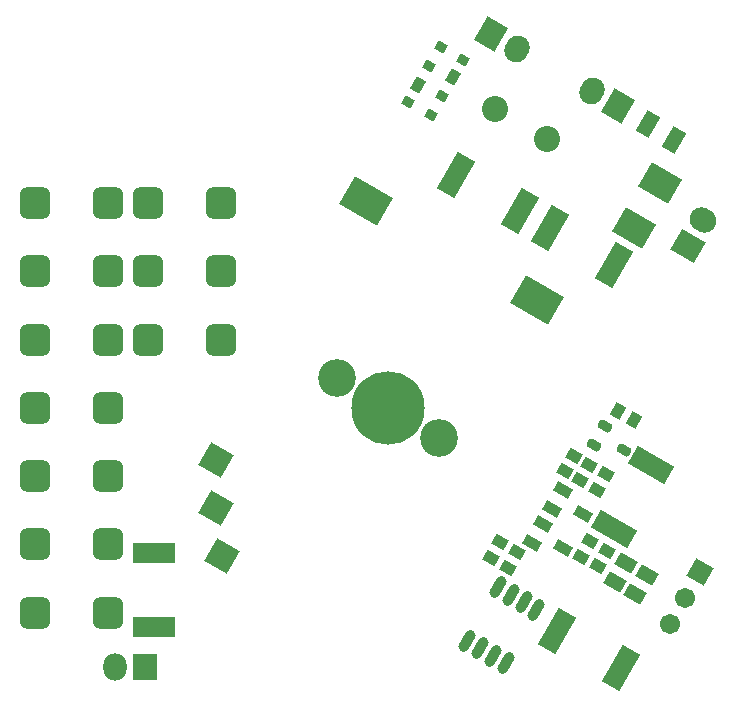
<source format=gts>
G04*
G04 #@! TF.GenerationSoftware,Altium Limited,Altium Designer,21.1.1 (26)*
G04*
G04 Layer_Color=8388736*
%FSLAX25Y25*%
%MOIN*%
G70*
G04*
G04 #@! TF.SameCoordinates,7E344F8E-89F9-4E97-97FE-234FB0D6FCC2*
G04*
G04*
G04 #@! TF.FilePolarity,Negative*
G04*
G01*
G75*
G04:AMPARAMS|DCode=35|XSize=37.53mil|YSize=47.37mil|CornerRadius=0mil|HoleSize=0mil|Usage=FLASHONLY|Rotation=150.000|XOffset=0mil|YOffset=0mil|HoleType=Round|Shape=Rectangle|*
%AMROTATEDRECTD35*
4,1,4,0.02809,0.01113,0.00441,-0.02989,-0.02809,-0.01113,-0.00441,0.02989,0.02809,0.01113,0.0*
%
%ADD35ROTATEDRECTD35*%

G04:AMPARAMS|DCode=36|XSize=139.89mil|YSize=67.06mil|CornerRadius=0mil|HoleSize=0mil|Usage=FLASHONLY|Rotation=330.000|XOffset=0mil|YOffset=0mil|HoleType=Round|Shape=Rectangle|*
%AMROTATEDRECTD36*
4,1,4,-0.07734,0.00594,-0.04381,0.06401,0.07734,-0.00594,0.04381,-0.06401,-0.07734,0.00594,0.0*
%
%ADD36ROTATEDRECTD36*%

G04:AMPARAMS|DCode=37|XSize=139.89mil|YSize=67.06mil|CornerRadius=0mil|HoleSize=0mil|Usage=FLASHONLY|Rotation=60.000|XOffset=0mil|YOffset=0mil|HoleType=Round|Shape=Rectangle|*
%AMROTATEDRECTD37*
4,1,4,-0.00594,-0.07734,-0.06401,-0.04381,0.00594,0.07734,0.06401,0.04381,-0.00594,-0.07734,0.0*
%
%ADD37ROTATEDRECTD37*%

G04:AMPARAMS|DCode=38|XSize=100.56mil|YSize=108.43mil|CornerRadius=27.14mil|HoleSize=0mil|Usage=FLASHONLY|Rotation=0.000|XOffset=0mil|YOffset=0mil|HoleType=Round|Shape=RoundedRectangle|*
%AMROUNDEDRECTD38*
21,1,0.10056,0.05415,0,0,0.0*
21,1,0.04628,0.10843,0,0,0.0*
1,1,0.05428,0.02314,-0.02708*
1,1,0.05428,-0.02314,-0.02708*
1,1,0.05428,-0.02314,0.02708*
1,1,0.05428,0.02314,0.02708*
%
%ADD38ROUNDEDRECTD38*%
G04:AMPARAMS|DCode=39|XSize=37.53mil|YSize=47.37mil|CornerRadius=0mil|HoleSize=0mil|Usage=FLASHONLY|Rotation=240.000|XOffset=0mil|YOffset=0mil|HoleType=Round|Shape=Rectangle|*
%AMROTATEDRECTD39*
4,1,4,-0.01113,0.02809,0.02989,0.00441,0.01113,-0.02809,-0.02989,-0.00441,-0.01113,0.02809,0.0*
%
%ADD39ROTATEDRECTD39*%

G04:AMPARAMS|DCode=40|XSize=49.34mil|YSize=78.87mil|CornerRadius=0mil|HoleSize=0mil|Usage=FLASHONLY|Rotation=330.000|XOffset=0mil|YOffset=0mil|HoleType=Round|Shape=Rectangle|*
%AMROTATEDRECTD40*
4,1,4,-0.04108,-0.02182,-0.00165,0.04649,0.04108,0.02182,0.00165,-0.04649,-0.04108,-0.02182,0.0*
%
%ADD40ROTATEDRECTD40*%

%ADD41R,0.13989X0.06706*%
G04:AMPARAMS|DCode=42|XSize=45.4mil|YSize=65.09mil|CornerRadius=0mil|HoleSize=0mil|Usage=FLASHONLY|Rotation=60.000|XOffset=0mil|YOffset=0mil|HoleType=Round|Shape=Rectangle|*
%AMROTATEDRECTD42*
4,1,4,0.01683,-0.03593,-0.03953,-0.00339,-0.01683,0.03593,0.03953,0.00339,0.01683,-0.03593,0.0*
%
%ADD42ROTATEDRECTD42*%

G04:AMPARAMS|DCode=43|XSize=115.99mil|YSize=93mil|CornerRadius=0mil|HoleSize=0mil|Usage=FLASHONLY|Rotation=150.000|XOffset=0mil|YOffset=0mil|HoleType=Round|Shape=Rectangle|*
%AMROTATEDRECTD43*
4,1,4,0.07348,0.01127,0.02698,-0.06927,-0.07348,-0.01127,-0.02698,0.06927,0.07348,0.01127,0.0*
%
%ADD43ROTATEDRECTD43*%

G04:AMPARAMS|DCode=44|XSize=31.62mil|YSize=35.56mil|CornerRadius=0mil|HoleSize=0mil|Usage=FLASHONLY|Rotation=240.000|XOffset=0mil|YOffset=0mil|HoleType=Round|Shape=Rectangle|*
%AMROTATEDRECTD44*
4,1,4,-0.00749,0.02258,0.02330,0.00480,0.00749,-0.02258,-0.02330,-0.00480,-0.00749,0.02258,0.0*
%
%ADD44ROTATEDRECTD44*%

G04:AMPARAMS|DCode=45|XSize=47.37mil|YSize=35.56mil|CornerRadius=0mil|HoleSize=0mil|Usage=FLASHONLY|Rotation=240.000|XOffset=0mil|YOffset=0mil|HoleType=Round|Shape=Rectangle|*
%AMROTATEDRECTD45*
4,1,4,-0.00356,0.02940,0.02724,0.01162,0.00356,-0.02940,-0.02724,-0.01162,-0.00356,0.02940,0.0*
%
%ADD45ROTATEDRECTD45*%

G04:AMPARAMS|DCode=46|XSize=35.56mil|YSize=78.87mil|CornerRadius=0mil|HoleSize=0mil|Usage=FLASHONLY|Rotation=330.000|XOffset=0mil|YOffset=0mil|HoleType=Round|Shape=Round|*
%AMOVALD46*
21,1,0.04331,0.03556,0.00000,0.00000,60.0*
1,1,0.03556,-0.01083,-0.01875*
1,1,0.03556,0.01083,0.01875*
%
%ADD46OVALD46*%

G04:AMPARAMS|DCode=47|XSize=35.56mil|YSize=57.21mil|CornerRadius=0mil|HoleSize=0mil|Usage=FLASHONLY|Rotation=60.000|XOffset=0mil|YOffset=0mil|HoleType=Round|Shape=Rectangle|*
%AMROTATEDRECTD47*
4,1,4,0.01588,-0.02970,-0.03366,-0.00109,-0.01588,0.02970,0.03366,0.00109,0.01588,-0.02970,0.0*
%
%ADD47ROTATEDRECTD47*%

G04:AMPARAMS|DCode=48|XSize=31.62mil|YSize=47.37mil|CornerRadius=9.91mil|HoleSize=0mil|Usage=FLASHONLY|Rotation=60.000|XOffset=0mil|YOffset=0mil|HoleType=Round|Shape=RoundedRectangle|*
%AMROUNDEDRECTD48*
21,1,0.03162,0.02756,0,0,60.0*
21,1,0.01181,0.04737,0,0,60.0*
1,1,0.01981,0.01489,-0.00178*
1,1,0.01981,0.00898,-0.01200*
1,1,0.01981,-0.01489,0.00178*
1,1,0.01981,-0.00898,0.01200*
%
%ADD48ROUNDEDRECTD48*%
G04:AMPARAMS|DCode=49|XSize=145.8mil|YSize=106.42mil|CornerRadius=0mil|HoleSize=0mil|Usage=FLASHONLY|Rotation=150.000|XOffset=0mil|YOffset=0mil|HoleType=Round|Shape=Rectangle|*
%AMROTATEDRECTD49*
4,1,4,0.08974,0.00964,0.03653,-0.08253,-0.08974,-0.00964,-0.03653,0.08253,0.08974,0.00964,0.0*
%
%ADD49ROTATEDRECTD49*%

%ADD50P,0.12267X4X195.0*%
%ADD51C,0.24422*%
%ADD52C,0.12611*%
%ADD53C,0.08674*%
%ADD54P,0.09483X4X285.0*%
%ADD55C,0.06706*%
G04:AMPARAMS|DCode=56|XSize=78.87mil|YSize=90.68mil|CornerRadius=0mil|HoleSize=0mil|Usage=FLASHONLY|Rotation=150.000|XOffset=0mil|YOffset=0mil|HoleType=Round|Shape=Round|*
%AMOVALD56*
21,1,0.01181,0.07887,0.00000,0.00000,240.0*
1,1,0.07887,0.00295,0.00511*
1,1,0.07887,-0.00295,-0.00511*
%
%ADD56OVALD56*%

G04:AMPARAMS|DCode=57|XSize=78.87mil|YSize=90.68mil|CornerRadius=0mil|HoleSize=0mil|Usage=FLASHONLY|Rotation=150.000|XOffset=0mil|YOffset=0mil|HoleType=Round|Shape=Rectangle|*
%AMROTATEDRECTD57*
4,1,4,0.05682,0.01955,0.01148,-0.05898,-0.05682,-0.01955,-0.01148,0.05898,0.05682,0.01955,0.0*
%
%ADD57ROTATEDRECTD57*%

G04:AMPARAMS|DCode=58|XSize=78.87mil|YSize=90.68mil|CornerRadius=0mil|HoleSize=0mil|Usage=FLASHONLY|Rotation=60.000|XOffset=0mil|YOffset=0mil|HoleType=Round|Shape=Round|*
%AMOVALD58*
21,1,0.01181,0.07887,0.00000,0.00000,150.0*
1,1,0.07887,0.00511,-0.00295*
1,1,0.07887,-0.00511,0.00295*
%
%ADD58OVALD58*%

G04:AMPARAMS|DCode=59|XSize=78.87mil|YSize=90.68mil|CornerRadius=0mil|HoleSize=0mil|Usage=FLASHONLY|Rotation=60.000|XOffset=0mil|YOffset=0mil|HoleType=Round|Shape=Rectangle|*
%AMROTATEDRECTD59*
4,1,4,0.01955,-0.05682,-0.05898,-0.01148,-0.01955,0.05682,0.05898,0.01148,0.01955,-0.05682,0.0*
%
%ADD59ROTATEDRECTD59*%

%ADD60O,0.07887X0.09068*%
%ADD61R,0.07887X0.09068*%
D35*
X82057Y-3976D02*
D03*
X76943Y-1024D02*
D03*
D36*
X87789Y-19164D02*
D03*
X75486Y-40474D02*
D03*
D37*
X56345Y-74348D02*
D03*
X77655Y-86652D02*
D03*
X44000Y65500D02*
D03*
X22690Y77803D02*
D03*
X75310Y47697D02*
D03*
X54000Y60000D02*
D03*
D38*
X-55591Y68250D02*
D03*
X-80000D02*
D03*
X-55591Y22750D02*
D03*
X-80000D02*
D03*
X-55591Y45500D02*
D03*
X-80000D02*
D03*
X-117500Y-45500D02*
D03*
X-93090D02*
D03*
X-117500Y0D02*
D03*
X-93090D02*
D03*
X-117500Y45500D02*
D03*
X-93090D02*
D03*
X-117500Y22750D02*
D03*
X-93090D02*
D03*
X-117500Y-68250D02*
D03*
X-93090D02*
D03*
X-117500Y-22750D02*
D03*
X-93090D02*
D03*
X-117500Y68250D02*
D03*
X-93090D02*
D03*
D39*
X72807Y-22115D02*
D03*
X69854Y-27230D02*
D03*
X64225Y-23980D02*
D03*
X67177Y-18865D02*
D03*
X37329Y-44841D02*
D03*
X34376Y-49956D02*
D03*
X70112Y-52782D02*
D03*
X73065Y-47668D02*
D03*
X67436Y-44418D02*
D03*
X64483Y-49532D02*
D03*
X61981Y-15865D02*
D03*
X59028Y-20980D02*
D03*
X40006Y-53206D02*
D03*
X42958Y-48091D02*
D03*
D40*
X86653Y94510D02*
D03*
X95347Y89490D02*
D03*
D41*
X-78000Y-48394D02*
D03*
X-78000Y-73000D02*
D03*
D42*
X75664Y-58165D02*
D03*
X79503Y-51517D02*
D03*
X82593Y-62165D02*
D03*
X86431Y-55517D02*
D03*
D43*
X90850Y75035D02*
D03*
X82150Y59965D02*
D03*
D44*
X6879Y101926D02*
D03*
X14380Y97596D02*
D03*
X18121Y104074D02*
D03*
X25121Y116074D02*
D03*
X17620Y120404D02*
D03*
X13879Y113926D02*
D03*
D45*
X10226Y107722D02*
D03*
X21774Y110277D02*
D03*
D46*
X49613Y-67287D02*
D03*
X45283Y-64787D02*
D03*
X40953Y-62287D02*
D03*
X36623Y-59787D02*
D03*
X39377Y-85017D02*
D03*
X35047Y-82517D02*
D03*
X30717Y-80017D02*
D03*
X26387Y-77517D02*
D03*
D47*
X58512Y-46717D02*
D03*
X48118Y-45035D02*
D03*
X51858Y-38556D02*
D03*
X65012Y-35458D02*
D03*
X54618Y-33776D02*
D03*
X58358Y-27298D02*
D03*
D48*
X72383Y-5951D02*
D03*
X68643Y-12429D02*
D03*
X78696Y-13914D02*
D03*
D49*
X49683Y36055D02*
D03*
X-7301Y68955D02*
D03*
D50*
X-57196Y-17465D02*
D03*
X-57173Y-33425D02*
D03*
X-55346Y-49492D02*
D03*
D51*
X0Y0D02*
D03*
D52*
X-17048Y9843D02*
D03*
X17048Y-9843D02*
D03*
D53*
X35840Y99501D02*
D03*
X53160Y89499D02*
D03*
D54*
X104000Y-54840D02*
D03*
D55*
X99000Y-63500D02*
D03*
X94000Y-72160D02*
D03*
D56*
X68000Y105500D02*
D03*
X43000Y119500D02*
D03*
D57*
X76660Y100500D02*
D03*
X34340Y124500D02*
D03*
D58*
X105000Y62500D02*
D03*
D59*
X100000Y53840D02*
D03*
D60*
X-91000Y-86500D02*
D03*
D61*
X-81000Y-86500D02*
D03*
M02*

</source>
